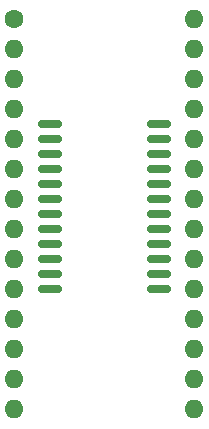
<source format=gbr>
%TF.GenerationSoftware,KiCad,Pcbnew,8.0.8*%
%TF.CreationDate,2025-03-10T01:42:14+01:00*%
%TF.ProjectId,C64-PLA,4336342d-504c-4412-9e6b-696361645f70,rev?*%
%TF.SameCoordinates,Original*%
%TF.FileFunction,Soldermask,Bot*%
%TF.FilePolarity,Negative*%
%FSLAX46Y46*%
G04 Gerber Fmt 4.6, Leading zero omitted, Abs format (unit mm)*
G04 Created by KiCad (PCBNEW 8.0.8) date 2025-03-10 01:42:14*
%MOMM*%
%LPD*%
G01*
G04 APERTURE LIST*
G04 Aperture macros list*
%AMRoundRect*
0 Rectangle with rounded corners*
0 $1 Rounding radius*
0 $2 $3 $4 $5 $6 $7 $8 $9 X,Y pos of 4 corners*
0 Add a 4 corners polygon primitive as box body*
4,1,4,$2,$3,$4,$5,$6,$7,$8,$9,$2,$3,0*
0 Add four circle primitives for the rounded corners*
1,1,$1+$1,$2,$3*
1,1,$1+$1,$4,$5*
1,1,$1+$1,$6,$7*
1,1,$1+$1,$8,$9*
0 Add four rect primitives between the rounded corners*
20,1,$1+$1,$2,$3,$4,$5,0*
20,1,$1+$1,$4,$5,$6,$7,0*
20,1,$1+$1,$6,$7,$8,$9,0*
20,1,$1+$1,$8,$9,$2,$3,0*%
G04 Aperture macros list end*
%ADD10C,1.600000*%
%ADD11O,1.600000X1.600000*%
%ADD12RoundRect,0.150000X0.875000X0.150000X-0.875000X0.150000X-0.875000X-0.150000X0.875000X-0.150000X0*%
G04 APERTURE END LIST*
D10*
%TO.C,U3*%
X99055000Y-46672500D03*
D11*
X99055000Y-49212500D03*
X99055000Y-51752500D03*
X99055000Y-54292500D03*
X99055000Y-56832500D03*
X99055000Y-59372500D03*
X99055000Y-61912500D03*
X99055000Y-64452500D03*
X99055000Y-66992500D03*
X99055000Y-69532500D03*
X99055000Y-72072500D03*
X99055000Y-74612500D03*
X99055000Y-77152500D03*
X99055000Y-79692500D03*
X114295000Y-79692500D03*
X114295000Y-77152500D03*
X114295000Y-74612500D03*
X114295000Y-72072500D03*
X114295000Y-69532500D03*
X114295000Y-66992500D03*
X114295000Y-64452500D03*
X114295000Y-61912500D03*
X114295000Y-59372500D03*
X114295000Y-56832500D03*
X114295000Y-54292500D03*
X114295000Y-51752500D03*
X114295000Y-49212500D03*
X114295000Y-46672500D03*
%TD*%
D12*
%TO.C,U2*%
X111330000Y-55562500D03*
X111330000Y-56832500D03*
X111330000Y-58102500D03*
X111330000Y-59372500D03*
X111330000Y-60642500D03*
X111330000Y-61912500D03*
X111330000Y-63182500D03*
X111330000Y-64452500D03*
X111330000Y-65722500D03*
X111330000Y-66992500D03*
X111330000Y-68262500D03*
X111330000Y-69532500D03*
X102030000Y-69532500D03*
X102030000Y-68262500D03*
X102030000Y-66992500D03*
X102030000Y-65722500D03*
X102030000Y-64452500D03*
X102030000Y-63182500D03*
X102030000Y-61912500D03*
X102030000Y-60642500D03*
X102030000Y-59372500D03*
X102030000Y-58102500D03*
X102030000Y-56832500D03*
X102030000Y-55562500D03*
%TD*%
M02*

</source>
